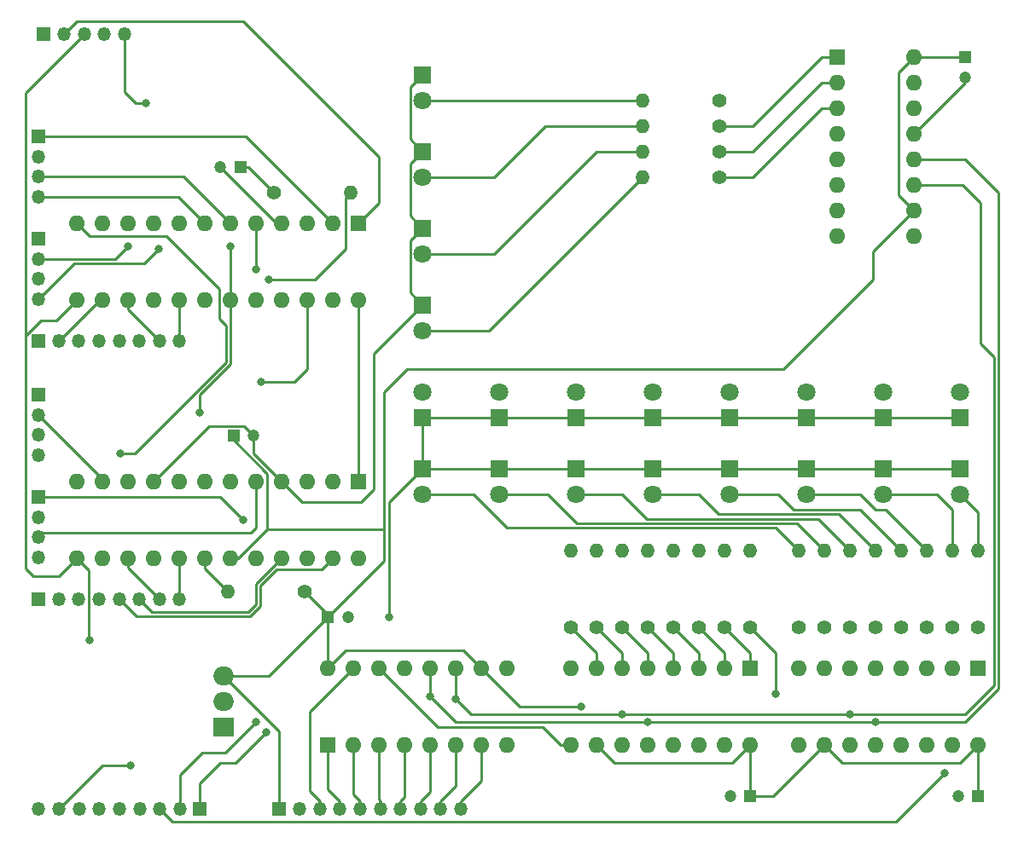
<source format=gtl>
%TF.GenerationSoftware,KiCad,Pcbnew,7.0.8*%
%TF.CreationDate,2023-10-15T17:50:00-07:00*%
%TF.ProjectId,htpm_control_additional_info,6874706d-5f63-46f6-9e74-726f6c5f6164,1*%
%TF.SameCoordinates,Original*%
%TF.FileFunction,Copper,L1,Top*%
%TF.FilePolarity,Positive*%
%FSLAX46Y46*%
G04 Gerber Fmt 4.6, Leading zero omitted, Abs format (unit mm)*
G04 Created by KiCad (PCBNEW 7.0.8) date 2023-10-15 17:50:00*
%MOMM*%
%LPD*%
G01*
G04 APERTURE LIST*
%TA.AperFunction,ComponentPad*%
%ADD10R,1.350000X1.350000*%
%TD*%
%TA.AperFunction,ComponentPad*%
%ADD11O,1.350000X1.350000*%
%TD*%
%TA.AperFunction,ComponentPad*%
%ADD12R,1.800000X1.800000*%
%TD*%
%TA.AperFunction,ComponentPad*%
%ADD13C,1.800000*%
%TD*%
%TA.AperFunction,ComponentPad*%
%ADD14C,1.400000*%
%TD*%
%TA.AperFunction,ComponentPad*%
%ADD15O,1.400000X1.400000*%
%TD*%
%TA.AperFunction,ComponentPad*%
%ADD16R,1.200000X1.200000*%
%TD*%
%TA.AperFunction,ComponentPad*%
%ADD17C,1.200000*%
%TD*%
%TA.AperFunction,ComponentPad*%
%ADD18R,1.600000X1.600000*%
%TD*%
%TA.AperFunction,ComponentPad*%
%ADD19O,1.600000X1.600000*%
%TD*%
%TA.AperFunction,ComponentPad*%
%ADD20R,2.000000X1.905000*%
%TD*%
%TA.AperFunction,ComponentPad*%
%ADD21O,2.000000X1.905000*%
%TD*%
%TA.AperFunction,ViaPad*%
%ADD22C,0.800000*%
%TD*%
%TA.AperFunction,Conductor*%
%ADD23C,0.250000*%
%TD*%
G04 APERTURE END LIST*
D10*
%TO.P,J3,1,Pin_1*%
%TO.N,Net-(J3-Pin_1)*%
X96012000Y-71628000D03*
D11*
%TO.P,J3,2,Pin_2*%
%TO.N,Net-(J3-Pin_2)*%
X96012000Y-73628000D03*
%TO.P,J3,3,Pin_3*%
%TO.N,Net-(J3-Pin_3)*%
X96012000Y-75628000D03*
%TO.P,J3,4,Pin_4*%
%TO.N,Net-(J3-Pin_4)*%
X96012000Y-77628000D03*
%TD*%
D12*
%TO.P,D2,1,K*%
%TO.N,GND*%
X134112000Y-62987000D03*
D13*
%TO.P,D2,2,A*%
%TO.N,Net-(D2-A)*%
X134112000Y-65527000D03*
%TD*%
D12*
%TO.P,D13,1,K*%
%TO.N,GND*%
X187452000Y-94488000D03*
D13*
%TO.P,D13,2,A*%
%TO.N,Net-(D13-A)*%
X187452000Y-97028000D03*
%TD*%
D14*
%TO.P,R22,1*%
%TO.N,Net-(J1-Pin_1)*%
X122428000Y-106680000D03*
D15*
%TO.P,R22,2*%
%TO.N,Net-(U7-ISET)*%
X114808000Y-106680000D03*
%TD*%
D12*
%TO.P,D17,1,K*%
%TO.N,GND*%
X156972000Y-94488000D03*
D13*
%TO.P,D17,2,A*%
%TO.N,Net-(D17-A)*%
X156972000Y-97028000D03*
%TD*%
D12*
%TO.P,D18,1,K*%
%TO.N,GND*%
X149352000Y-94488000D03*
D13*
%TO.P,D18,2,A*%
%TO.N,Net-(D18-A)*%
X149352000Y-97028000D03*
%TD*%
D14*
%TO.P,R8,1*%
%TO.N,Net-(U3-QD)*%
X159004000Y-110236000D03*
D15*
%TO.P,R8,2*%
%TO.N,Net-(D8-A)*%
X159004000Y-102616000D03*
%TD*%
D16*
%TO.P,C4,1*%
%TO.N,Net-(J1-Pin_1)*%
X187994000Y-53594000D03*
D17*
%TO.P,C4,2*%
%TO.N,GND*%
X187994000Y-55594000D03*
%TD*%
D14*
%TO.P,R13,1*%
%TO.N,Net-(U2-QA)*%
X189230000Y-110236000D03*
D15*
%TO.P,R13,2*%
%TO.N,Net-(D13-A)*%
X189230000Y-102616000D03*
%TD*%
D18*
%TO.P,U3,1,QB*%
%TO.N,Net-(U3-QB)*%
X166634000Y-114310000D03*
D19*
%TO.P,U3,2,QC*%
%TO.N,Net-(U3-QC)*%
X164094000Y-114310000D03*
%TO.P,U3,3,QD*%
%TO.N,Net-(U3-QD)*%
X161554000Y-114310000D03*
%TO.P,U3,4,QE*%
%TO.N,Net-(U3-QE)*%
X159014000Y-114310000D03*
%TO.P,U3,5,QF*%
%TO.N,Net-(U3-QF)*%
X156474000Y-114310000D03*
%TO.P,U3,6,QG*%
%TO.N,Net-(U3-QG)*%
X153934000Y-114310000D03*
%TO.P,U3,7,QH*%
%TO.N,Net-(U3-QH)*%
X151394000Y-114310000D03*
%TO.P,U3,8,GND*%
%TO.N,GND*%
X148854000Y-114310000D03*
%TO.P,U3,9,QH'*%
%TO.N,Net-(U3-QH')*%
X148854000Y-121930000D03*
%TO.P,U3,10,~{SRCLR}*%
%TO.N,Net-(J1-Pin_1)*%
X151394000Y-121930000D03*
%TO.P,U3,11,SRCLK*%
%TO.N,Net-(J8-Pin_1)*%
X153934000Y-121930000D03*
%TO.P,U3,12,RCLK*%
%TO.N,Net-(J8-Pin_2)*%
X156474000Y-121930000D03*
%TO.P,U3,13,~{OE}*%
%TO.N,GND*%
X159014000Y-121930000D03*
%TO.P,U3,14,SER*%
%TO.N,Net-(U2-QH')*%
X161554000Y-121930000D03*
%TO.P,U3,15,QA*%
%TO.N,Net-(U3-QA)*%
X164094000Y-121930000D03*
%TO.P,U3,16,VCC*%
%TO.N,Net-(J1-Pin_1)*%
X166634000Y-121930000D03*
%TD*%
D12*
%TO.P,D19,1,K*%
%TO.N,GND*%
X141732000Y-94488000D03*
D13*
%TO.P,D19,2,A*%
%TO.N,Net-(D19-A)*%
X141732000Y-97028000D03*
%TD*%
D12*
%TO.P,D20,1,K*%
%TO.N,GND*%
X134112000Y-94488000D03*
D13*
%TO.P,D20,2,A*%
%TO.N,Net-(D20-A)*%
X134112000Y-97028000D03*
%TD*%
D12*
%TO.P,D3,1,K*%
%TO.N,GND*%
X134112000Y-70607000D03*
D13*
%TO.P,D3,2,A*%
%TO.N,Net-(D3-A)*%
X134112000Y-73147000D03*
%TD*%
D18*
%TO.P,U2,1,QB*%
%TO.N,Net-(U2-QB)*%
X189240000Y-114310000D03*
D19*
%TO.P,U2,2,QC*%
%TO.N,Net-(U2-QC)*%
X186700000Y-114310000D03*
%TO.P,U2,3,QD*%
%TO.N,Net-(U2-QD)*%
X184160000Y-114310000D03*
%TO.P,U2,4,QE*%
%TO.N,Net-(U2-QE)*%
X181620000Y-114310000D03*
%TO.P,U2,5,QF*%
%TO.N,Net-(U2-QF)*%
X179080000Y-114310000D03*
%TO.P,U2,6,QG*%
%TO.N,Net-(U2-QG)*%
X176540000Y-114310000D03*
%TO.P,U2,7,QH*%
%TO.N,Net-(U2-QH)*%
X174000000Y-114310000D03*
%TO.P,U2,8,GND*%
%TO.N,GND*%
X171460000Y-114310000D03*
%TO.P,U2,9,QH'*%
%TO.N,Net-(U2-QH')*%
X171460000Y-121930000D03*
%TO.P,U2,10,~{SRCLR}*%
%TO.N,Net-(J1-Pin_1)*%
X174000000Y-121930000D03*
%TO.P,U2,11,SRCLK*%
%TO.N,Net-(J8-Pin_1)*%
X176540000Y-121930000D03*
%TO.P,U2,12,RCLK*%
%TO.N,Net-(J8-Pin_2)*%
X179080000Y-121930000D03*
%TO.P,U2,13,~{OE}*%
%TO.N,GND*%
X181620000Y-121930000D03*
%TO.P,U2,14,SER*%
%TO.N,Net-(J8-Pin_3)*%
X184160000Y-121930000D03*
%TO.P,U2,15,QA*%
%TO.N,Net-(U2-QA)*%
X186700000Y-121930000D03*
%TO.P,U2,16,VCC*%
%TO.N,Net-(J1-Pin_1)*%
X189240000Y-121930000D03*
%TD*%
D12*
%TO.P,D12,1,K*%
%TO.N,GND*%
X134112000Y-89408000D03*
D13*
%TO.P,D12,2,A*%
%TO.N,Net-(D12-A)*%
X134112000Y-86868000D03*
%TD*%
D14*
%TO.P,R1,1*%
%TO.N,Net-(U5-QA)*%
X163576000Y-57912000D03*
D15*
%TO.P,R1,2*%
%TO.N,Net-(D1-A)*%
X155956000Y-57912000D03*
%TD*%
D10*
%TO.P,J1,1,Pin_1*%
%TO.N,Net-(J1-Pin_1)*%
X119922000Y-128270000D03*
D11*
%TO.P,J1,2,Pin_2*%
%TO.N,GND*%
X121922000Y-128270000D03*
%TO.P,J1,3,Pin_3*%
%TO.N,Net-(J1-Pin_3)*%
X123922000Y-128270000D03*
%TO.P,J1,4,Pin_4*%
%TO.N,Net-(J1-Pin_4)*%
X125922000Y-128270000D03*
%TO.P,J1,5,Pin_5*%
%TO.N,Net-(J1-Pin_5)*%
X127922000Y-128270000D03*
%TO.P,J1,6,Pin_6*%
%TO.N,Net-(J1-Pin_6)*%
X129922000Y-128270000D03*
%TO.P,J1,7,Pin_7*%
%TO.N,Net-(J1-Pin_7)*%
X131922000Y-128270000D03*
%TO.P,J1,8,Pin_8*%
%TO.N,Net-(J1-Pin_8)*%
X133922000Y-128270000D03*
%TO.P,J1,9,Pin_9*%
%TO.N,Net-(J1-Pin_9)*%
X135922000Y-128270000D03*
%TO.P,J1,10,Pin_10*%
%TO.N,Net-(J1-Pin_10)*%
X137922000Y-128270000D03*
%TD*%
D14*
%TO.P,R12,1*%
%TO.N,Net-(U3-QH)*%
X148844000Y-110236000D03*
D15*
%TO.P,R12,2*%
%TO.N,Net-(D12-A)*%
X148844000Y-102616000D03*
%TD*%
D16*
%TO.P,C1,1*%
%TO.N,Net-(J1-Pin_1)*%
X189240000Y-127010000D03*
D17*
%TO.P,C1,2*%
%TO.N,GND*%
X187240000Y-127010000D03*
%TD*%
D14*
%TO.P,R21,1*%
%TO.N,Net-(J1-Pin_1)*%
X119380000Y-67056000D03*
D15*
%TO.P,R21,2*%
%TO.N,Net-(U6-ISET)*%
X127000000Y-67056000D03*
%TD*%
D20*
%TO.P,U1,1,IN*%
%TO.N,Net-(J8-Pin_4)*%
X114386000Y-120142000D03*
D21*
%TO.P,U1,2,GND*%
%TO.N,GND*%
X114386000Y-117602000D03*
%TO.P,U1,3,OUT*%
%TO.N,Net-(J1-Pin_1)*%
X114386000Y-115062000D03*
%TD*%
D14*
%TO.P,R10,1*%
%TO.N,Net-(U3-QF)*%
X153924000Y-110236000D03*
D15*
%TO.P,R10,2*%
%TO.N,Net-(D10-A)*%
X153924000Y-102616000D03*
%TD*%
D16*
%TO.P,C2,1*%
%TO.N,Net-(J1-Pin_1)*%
X166634000Y-127010000D03*
D17*
%TO.P,C2,2*%
%TO.N,GND*%
X164634000Y-127010000D03*
%TD*%
D10*
%TO.P,J2,1,Pin_1*%
%TO.N,Net-(J2-Pin_1)*%
X96012000Y-61468000D03*
D11*
%TO.P,J2,2,Pin_2*%
%TO.N,Net-(J2-Pin_2)*%
X96012000Y-63468000D03*
%TO.P,J2,3,Pin_3*%
%TO.N,Net-(J2-Pin_3)*%
X96012000Y-65468000D03*
%TO.P,J2,4,Pin_4*%
%TO.N,Net-(J2-Pin_4)*%
X96012000Y-67468000D03*
%TD*%
D14*
%TO.P,R11,1*%
%TO.N,Net-(U3-QG)*%
X151384000Y-110236000D03*
D15*
%TO.P,R11,2*%
%TO.N,Net-(D11-A)*%
X151384000Y-102616000D03*
%TD*%
D14*
%TO.P,R17,1*%
%TO.N,Net-(U2-QE)*%
X179070000Y-110236000D03*
D15*
%TO.P,R17,2*%
%TO.N,Net-(D17-A)*%
X179070000Y-102616000D03*
%TD*%
D12*
%TO.P,D10,1,K*%
%TO.N,GND*%
X149352000Y-89408000D03*
D13*
%TO.P,D10,2,A*%
%TO.N,Net-(D10-A)*%
X149352000Y-86868000D03*
%TD*%
D16*
%TO.P,C6,1*%
%TO.N,Net-(J1-Pin_1)*%
X115359401Y-91186000D03*
D17*
%TO.P,C6,2*%
%TO.N,GND*%
X117359401Y-91186000D03*
%TD*%
D12*
%TO.P,D8,1,K*%
%TO.N,GND*%
X164592000Y-89408000D03*
D13*
%TO.P,D8,2,A*%
%TO.N,Net-(D8-A)*%
X164592000Y-86868000D03*
%TD*%
D14*
%TO.P,R5,1*%
%TO.N,Net-(U3-QA)*%
X166624000Y-110236000D03*
D15*
%TO.P,R5,2*%
%TO.N,Net-(D5-A)*%
X166624000Y-102616000D03*
%TD*%
D12*
%TO.P,D7,1,K*%
%TO.N,GND*%
X172212000Y-89408000D03*
D13*
%TO.P,D7,2,A*%
%TO.N,Net-(D7-A)*%
X172212000Y-86868000D03*
%TD*%
D12*
%TO.P,D16,1,K*%
%TO.N,GND*%
X164592000Y-94488000D03*
D13*
%TO.P,D16,2,A*%
%TO.N,Net-(D16-A)*%
X164592000Y-97028000D03*
%TD*%
D14*
%TO.P,R7,1*%
%TO.N,Net-(U3-QC)*%
X161544000Y-110236000D03*
D15*
%TO.P,R7,2*%
%TO.N,Net-(D7-A)*%
X161544000Y-102616000D03*
%TD*%
D18*
%TO.P,U5,1,QB*%
%TO.N,Net-(U5-QB)*%
X175294000Y-53594000D03*
D19*
%TO.P,U5,2,QC*%
%TO.N,Net-(U5-QC)*%
X175294000Y-56134000D03*
%TO.P,U5,3,QD*%
%TO.N,Net-(U5-QD)*%
X175294000Y-58674000D03*
%TO.P,U5,4,QE*%
%TO.N,unconnected-(U5-QE-Pad4)*%
X175294000Y-61214000D03*
%TO.P,U5,5,QF*%
%TO.N,unconnected-(U5-QF-Pad5)*%
X175294000Y-63754000D03*
%TO.P,U5,6,QG*%
%TO.N,unconnected-(U5-QG-Pad6)*%
X175294000Y-66294000D03*
%TO.P,U5,7,QH*%
%TO.N,unconnected-(U5-QH-Pad7)*%
X175294000Y-68834000D03*
%TO.P,U5,8,GND*%
%TO.N,GND*%
X175294000Y-71374000D03*
%TO.P,U5,9,QH'*%
%TO.N,unconnected-(U5-QH'-Pad9)*%
X182914000Y-71374000D03*
%TO.P,U5,10,~{SRCLR}*%
%TO.N,Net-(J1-Pin_1)*%
X182914000Y-68834000D03*
%TO.P,U5,11,SRCLK*%
%TO.N,Net-(J8-Pin_1)*%
X182914000Y-66294000D03*
%TO.P,U5,12,RCLK*%
%TO.N,Net-(J8-Pin_2)*%
X182914000Y-63754000D03*
%TO.P,U5,13,~{OE}*%
%TO.N,GND*%
X182914000Y-61214000D03*
%TO.P,U5,14,SER*%
%TO.N,Net-(U4-QH')*%
X182914000Y-58674000D03*
%TO.P,U5,15,QA*%
%TO.N,Net-(U5-QA)*%
X182914000Y-56134000D03*
%TO.P,U5,16,VCC*%
%TO.N,Net-(J1-Pin_1)*%
X182914000Y-53594000D03*
%TD*%
D12*
%TO.P,D14,1,K*%
%TO.N,GND*%
X179832000Y-94488000D03*
D13*
%TO.P,D14,2,A*%
%TO.N,Net-(D14-A)*%
X179832000Y-97028000D03*
%TD*%
D18*
%TO.P,U7,1,DIN*%
%TO.N,Net-(U6-DOUT)*%
X127762000Y-95758000D03*
D19*
%TO.P,U7,2,DIG_0*%
%TO.N,Net-(J6-Pin_1)*%
X125222000Y-95758000D03*
%TO.P,U7,3,DIG_4*%
%TO.N,Net-(J7-Pin_1)*%
X122682000Y-95758000D03*
%TO.P,U7,4,GND*%
%TO.N,GND*%
X120142000Y-95758000D03*
%TO.P,U7,5,DIG_6*%
%TO.N,Net-(J7-Pin_3)*%
X117602000Y-95758000D03*
%TO.P,U7,6,DIG_2*%
%TO.N,Net-(J6-Pin_3)*%
X115062000Y-95758000D03*
%TO.P,U7,7,DIG_3*%
%TO.N,Net-(J6-Pin_4)*%
X112522000Y-95758000D03*
%TO.P,U7,8,DIG_7*%
%TO.N,Net-(J7-Pin_4)*%
X109982000Y-95758000D03*
%TO.P,U7,9,GND*%
%TO.N,GND*%
X107442000Y-95758000D03*
%TO.P,U7,10,DIG_5*%
%TO.N,Net-(J7-Pin_2)*%
X104902000Y-95758000D03*
%TO.P,U7,11,DIG_1*%
%TO.N,Net-(J6-Pin_2)*%
X102362000Y-95758000D03*
%TO.P,U7,12,LOAD*%
%TO.N,Net-(J8-Pin_6)*%
X99822000Y-95758000D03*
%TO.P,U7,13,CLK*%
%TO.N,Net-(J8-Pin_7)*%
X99822000Y-103378000D03*
%TO.P,U7,14,SEG_A*%
%TO.N,Net-(J5-Pin_2)*%
X102362000Y-103378000D03*
%TO.P,U7,15,SEG_F*%
%TO.N,Net-(J5-Pin_7)*%
X104902000Y-103378000D03*
%TO.P,U7,16,SEG_B*%
%TO.N,Net-(J5-Pin_3)*%
X107442000Y-103378000D03*
%TO.P,U7,17,SEG_G*%
%TO.N,Net-(J5-Pin_8)*%
X109982000Y-103378000D03*
%TO.P,U7,18,ISET*%
%TO.N,Net-(U7-ISET)*%
X112522000Y-103378000D03*
%TO.P,U7,19,V+*%
%TO.N,Net-(J1-Pin_1)*%
X115062000Y-103378000D03*
%TO.P,U7,20,SEG_C*%
%TO.N,Net-(J5-Pin_4)*%
X117602000Y-103378000D03*
%TO.P,U7,21,SEG_E*%
%TO.N,Net-(J5-Pin_6)*%
X120142000Y-103378000D03*
%TO.P,U7,22,SEG_DP*%
%TO.N,Net-(J5-Pin_1)*%
X122682000Y-103378000D03*
%TO.P,U7,23,SEG_D*%
%TO.N,Net-(J5-Pin_5)*%
X125222000Y-103378000D03*
%TO.P,U7,24,DOUT*%
%TO.N,unconnected-(U7-DOUT-Pad24)*%
X127762000Y-103378000D03*
%TD*%
D14*
%TO.P,R18,1*%
%TO.N,Net-(U2-QF)*%
X176530000Y-110236000D03*
D15*
%TO.P,R18,2*%
%TO.N,Net-(D18-A)*%
X176530000Y-102616000D03*
%TD*%
D12*
%TO.P,D6,1,K*%
%TO.N,GND*%
X179832000Y-89408000D03*
D13*
%TO.P,D6,2,A*%
%TO.N,Net-(D6-A)*%
X179832000Y-86868000D03*
%TD*%
D14*
%TO.P,R2,1*%
%TO.N,Net-(U5-QB)*%
X163576000Y-60452000D03*
D15*
%TO.P,R2,2*%
%TO.N,Net-(D2-A)*%
X155956000Y-60452000D03*
%TD*%
D10*
%TO.P,J5,1,Pin_1*%
%TO.N,Net-(J5-Pin_1)*%
X96012000Y-107458000D03*
D11*
%TO.P,J5,2,Pin_2*%
%TO.N,Net-(J5-Pin_2)*%
X98012000Y-107458000D03*
%TO.P,J5,3,Pin_3*%
%TO.N,Net-(J5-Pin_3)*%
X100012000Y-107458000D03*
%TO.P,J5,4,Pin_4*%
%TO.N,Net-(J5-Pin_4)*%
X102012000Y-107458000D03*
%TO.P,J5,5,Pin_5*%
%TO.N,Net-(J5-Pin_5)*%
X104012000Y-107458000D03*
%TO.P,J5,6,Pin_6*%
%TO.N,Net-(J5-Pin_6)*%
X106012000Y-107458000D03*
%TO.P,J5,7,Pin_7*%
%TO.N,Net-(J5-Pin_7)*%
X108012000Y-107458000D03*
%TO.P,J5,8,Pin_8*%
%TO.N,Net-(J5-Pin_8)*%
X110012000Y-107458000D03*
%TD*%
D18*
%TO.P,U4,1,QB*%
%TO.N,Net-(J1-Pin_4)*%
X124714000Y-121920000D03*
D19*
%TO.P,U4,2,QC*%
%TO.N,Net-(J1-Pin_5)*%
X127254000Y-121920000D03*
%TO.P,U4,3,QD*%
%TO.N,Net-(J1-Pin_6)*%
X129794000Y-121920000D03*
%TO.P,U4,4,QE*%
%TO.N,Net-(J1-Pin_7)*%
X132334000Y-121920000D03*
%TO.P,U4,5,QF*%
%TO.N,Net-(J1-Pin_8)*%
X134874000Y-121920000D03*
%TO.P,U4,6,QG*%
%TO.N,Net-(J1-Pin_9)*%
X137414000Y-121920000D03*
%TO.P,U4,7,QH*%
%TO.N,Net-(J1-Pin_10)*%
X139954000Y-121920000D03*
%TO.P,U4,8,GND*%
%TO.N,GND*%
X142494000Y-121920000D03*
%TO.P,U4,9,QH'*%
%TO.N,Net-(U4-QH')*%
X142494000Y-114300000D03*
%TO.P,U4,10,~{SRCLR}*%
%TO.N,Net-(J1-Pin_1)*%
X139954000Y-114300000D03*
%TO.P,U4,11,SRCLK*%
%TO.N,Net-(J8-Pin_1)*%
X137414000Y-114300000D03*
%TO.P,U4,12,RCLK*%
%TO.N,Net-(J8-Pin_2)*%
X134874000Y-114300000D03*
%TO.P,U4,13,~{OE}*%
%TO.N,GND*%
X132334000Y-114300000D03*
%TO.P,U4,14,SER*%
%TO.N,Net-(U3-QH')*%
X129794000Y-114300000D03*
%TO.P,U4,15,QA*%
%TO.N,Net-(J1-Pin_3)*%
X127254000Y-114300000D03*
%TO.P,U4,16,VCC*%
%TO.N,Net-(J1-Pin_1)*%
X124714000Y-114300000D03*
%TD*%
D16*
%TO.P,C5,1*%
%TO.N,Net-(J1-Pin_1)*%
X116078000Y-64516000D03*
D17*
%TO.P,C5,2*%
%TO.N,GND*%
X114078000Y-64516000D03*
%TD*%
D10*
%TO.P,J9,1,Pin_1*%
%TO.N,Net-(J8-Pin_9)*%
X96552000Y-51308000D03*
D11*
%TO.P,J9,2,Pin_2*%
%TO.N,Net-(J8-Pin_8)*%
X98552000Y-51308000D03*
%TO.P,J9,3,Pin_3*%
%TO.N,Net-(J8-Pin_7)*%
X100552000Y-51308000D03*
%TO.P,J9,4,Pin_4*%
%TO.N,Net-(J1-Pin_1)*%
X102552000Y-51308000D03*
%TO.P,J9,5,Pin_5*%
%TO.N,GND*%
X104552000Y-51308000D03*
%TD*%
D14*
%TO.P,R15,1*%
%TO.N,Net-(U2-QC)*%
X184150000Y-110236000D03*
D15*
%TO.P,R15,2*%
%TO.N,Net-(D15-A)*%
X184150000Y-102616000D03*
%TD*%
D14*
%TO.P,R16,1*%
%TO.N,Net-(U2-QD)*%
X181610000Y-110236000D03*
D15*
%TO.P,R16,2*%
%TO.N,Net-(D16-A)*%
X181610000Y-102616000D03*
%TD*%
D10*
%TO.P,J7,1,Pin_1*%
%TO.N,Net-(J7-Pin_1)*%
X96012000Y-97298000D03*
D11*
%TO.P,J7,2,Pin_2*%
%TO.N,Net-(J7-Pin_2)*%
X96012000Y-99298000D03*
%TO.P,J7,3,Pin_3*%
%TO.N,Net-(J7-Pin_3)*%
X96012000Y-101298000D03*
%TO.P,J7,4,Pin_4*%
%TO.N,Net-(J7-Pin_4)*%
X96012000Y-103298000D03*
%TD*%
D10*
%TO.P,J4,1,Pin_1*%
%TO.N,Net-(J4-Pin_1)*%
X96012000Y-81788000D03*
D11*
%TO.P,J4,2,Pin_2*%
%TO.N,Net-(J4-Pin_2)*%
X98012000Y-81788000D03*
%TO.P,J4,3,Pin_3*%
%TO.N,Net-(J4-Pin_3)*%
X100012000Y-81788000D03*
%TO.P,J4,4,Pin_4*%
%TO.N,Net-(J4-Pin_4)*%
X102012000Y-81788000D03*
%TO.P,J4,5,Pin_5*%
%TO.N,Net-(J4-Pin_5)*%
X104012000Y-81788000D03*
%TO.P,J4,6,Pin_6*%
%TO.N,Net-(J4-Pin_6)*%
X106012000Y-81788000D03*
%TO.P,J4,7,Pin_7*%
%TO.N,Net-(J4-Pin_7)*%
X108012000Y-81788000D03*
%TO.P,J4,8,Pin_8*%
%TO.N,Net-(J4-Pin_8)*%
X110012000Y-81788000D03*
%TD*%
%TO.P,J8,9,Pin_9*%
%TO.N,Net-(J8-Pin_9)*%
X96044000Y-128270000D03*
%TO.P,J8,8,Pin_8*%
%TO.N,Net-(J8-Pin_8)*%
X98044000Y-128270000D03*
%TO.P,J8,7,Pin_7*%
%TO.N,Net-(J8-Pin_7)*%
X100044000Y-128270000D03*
%TO.P,J8,6,Pin_6*%
%TO.N,Net-(J8-Pin_6)*%
X102044000Y-128270000D03*
%TO.P,J8,5,Pin_5*%
%TO.N,GND*%
X104044000Y-128270000D03*
%TO.P,J8,4,Pin_4*%
%TO.N,Net-(J8-Pin_4)*%
X106044000Y-128270000D03*
%TO.P,J8,3,Pin_3*%
%TO.N,Net-(J8-Pin_3)*%
X108044000Y-128270000D03*
%TO.P,J8,2,Pin_2*%
%TO.N,Net-(J8-Pin_2)*%
X110044000Y-128270000D03*
D10*
%TO.P,J8,1,Pin_1*%
%TO.N,Net-(J8-Pin_1)*%
X112044000Y-128270000D03*
%TD*%
D12*
%TO.P,D4,1,K*%
%TO.N,GND*%
X134112000Y-78227000D03*
D13*
%TO.P,D4,2,A*%
%TO.N,Net-(D4-A)*%
X134112000Y-80767000D03*
%TD*%
D12*
%TO.P,D15,1,K*%
%TO.N,GND*%
X172212000Y-94488000D03*
D13*
%TO.P,D15,2,A*%
%TO.N,Net-(D15-A)*%
X172212000Y-97028000D03*
%TD*%
D14*
%TO.P,R3,1*%
%TO.N,Net-(U5-QC)*%
X163576000Y-62992000D03*
D15*
%TO.P,R3,2*%
%TO.N,Net-(D3-A)*%
X155956000Y-62992000D03*
%TD*%
D12*
%TO.P,D1,1,K*%
%TO.N,GND*%
X134112000Y-55367000D03*
D13*
%TO.P,D1,2,A*%
%TO.N,Net-(D1-A)*%
X134112000Y-57907000D03*
%TD*%
D14*
%TO.P,R6,1*%
%TO.N,Net-(U3-QB)*%
X164084000Y-110236000D03*
D15*
%TO.P,R6,2*%
%TO.N,Net-(D6-A)*%
X164084000Y-102616000D03*
%TD*%
D14*
%TO.P,R20,1*%
%TO.N,Net-(U2-QH)*%
X171450000Y-110236000D03*
D15*
%TO.P,R20,2*%
%TO.N,Net-(D20-A)*%
X171450000Y-102616000D03*
%TD*%
D14*
%TO.P,R19,1*%
%TO.N,Net-(U2-QG)*%
X173990000Y-110236000D03*
D15*
%TO.P,R19,2*%
%TO.N,Net-(D19-A)*%
X173990000Y-102616000D03*
%TD*%
D12*
%TO.P,D5,1,K*%
%TO.N,GND*%
X187452000Y-89408000D03*
D13*
%TO.P,D5,2,A*%
%TO.N,Net-(D5-A)*%
X187452000Y-86868000D03*
%TD*%
D10*
%TO.P,J6,1,Pin_1*%
%TO.N,Net-(J6-Pin_1)*%
X96012000Y-87138000D03*
D11*
%TO.P,J6,2,Pin_2*%
%TO.N,Net-(J6-Pin_2)*%
X96012000Y-89138000D03*
%TO.P,J6,3,Pin_3*%
%TO.N,Net-(J6-Pin_3)*%
X96012000Y-91138000D03*
%TO.P,J6,4,Pin_4*%
%TO.N,Net-(J6-Pin_4)*%
X96012000Y-93138000D03*
%TD*%
D16*
%TO.P,C3,1*%
%TO.N,Net-(J1-Pin_1)*%
X124724000Y-109230000D03*
D17*
%TO.P,C3,2*%
%TO.N,GND*%
X126724000Y-109230000D03*
%TD*%
D14*
%TO.P,R4,1*%
%TO.N,Net-(U5-QD)*%
X163576000Y-65532000D03*
D15*
%TO.P,R4,2*%
%TO.N,Net-(D4-A)*%
X155956000Y-65532000D03*
%TD*%
D12*
%TO.P,D9,1,K*%
%TO.N,GND*%
X156972000Y-89408000D03*
D13*
%TO.P,D9,2,A*%
%TO.N,Net-(D9-A)*%
X156972000Y-86868000D03*
%TD*%
D14*
%TO.P,R9,1*%
%TO.N,Net-(U3-QE)*%
X156464000Y-110236000D03*
D15*
%TO.P,R9,2*%
%TO.N,Net-(D9-A)*%
X156464000Y-102616000D03*
%TD*%
D12*
%TO.P,D11,1,K*%
%TO.N,GND*%
X141732000Y-89408000D03*
D13*
%TO.P,D11,2,A*%
%TO.N,Net-(D11-A)*%
X141732000Y-86868000D03*
%TD*%
D18*
%TO.P,U6,1,DIN*%
%TO.N,Net-(J8-Pin_8)*%
X127762000Y-70104000D03*
D19*
%TO.P,U6,2,DIG_0*%
%TO.N,Net-(J2-Pin_1)*%
X125222000Y-70104000D03*
%TO.P,U6,3,DIG_4*%
%TO.N,Net-(J3-Pin_1)*%
X122682000Y-70104000D03*
%TO.P,U6,4,GND*%
%TO.N,GND*%
X120142000Y-70104000D03*
%TO.P,U6,5,DIG_6*%
%TO.N,Net-(J3-Pin_3)*%
X117602000Y-70104000D03*
%TO.P,U6,6,DIG_2*%
%TO.N,Net-(J2-Pin_3)*%
X115062000Y-70104000D03*
%TO.P,U6,7,DIG_3*%
%TO.N,Net-(J2-Pin_4)*%
X112522000Y-70104000D03*
%TO.P,U6,8,DIG_7*%
%TO.N,Net-(J3-Pin_4)*%
X109982000Y-70104000D03*
%TO.P,U6,9,GND*%
%TO.N,GND*%
X107442000Y-70104000D03*
%TO.P,U6,10,DIG_5*%
%TO.N,Net-(J3-Pin_2)*%
X104902000Y-70104000D03*
%TO.P,U6,11,DIG_1*%
%TO.N,Net-(J2-Pin_2)*%
X102362000Y-70104000D03*
%TO.P,U6,12,LOAD*%
%TO.N,Net-(J8-Pin_6)*%
X99822000Y-70104000D03*
%TO.P,U6,13,CLK*%
%TO.N,Net-(J8-Pin_7)*%
X99822000Y-77724000D03*
%TO.P,U6,14,SEG_A*%
%TO.N,Net-(J4-Pin_2)*%
X102362000Y-77724000D03*
%TO.P,U6,15,SEG_F*%
%TO.N,Net-(J4-Pin_7)*%
X104902000Y-77724000D03*
%TO.P,U6,16,SEG_B*%
%TO.N,Net-(J4-Pin_3)*%
X107442000Y-77724000D03*
%TO.P,U6,17,SEG_G*%
%TO.N,Net-(J4-Pin_8)*%
X109982000Y-77724000D03*
%TO.P,U6,18,ISET*%
%TO.N,Net-(U6-ISET)*%
X112522000Y-77724000D03*
%TO.P,U6,19,V+*%
%TO.N,Net-(J1-Pin_1)*%
X115062000Y-77724000D03*
%TO.P,U6,20,SEG_C*%
%TO.N,Net-(J4-Pin_4)*%
X117602000Y-77724000D03*
%TO.P,U6,21,SEG_E*%
%TO.N,Net-(J4-Pin_6)*%
X120142000Y-77724000D03*
%TO.P,U6,22,SEG_DP*%
%TO.N,Net-(J4-Pin_1)*%
X122682000Y-77724000D03*
%TO.P,U6,23,SEG_D*%
%TO.N,Net-(J4-Pin_5)*%
X125222000Y-77724000D03*
%TO.P,U6,24,DOUT*%
%TO.N,Net-(U6-DOUT)*%
X127762000Y-77724000D03*
%TD*%
D14*
%TO.P,R14,1*%
%TO.N,Net-(U2-QB)*%
X186690000Y-110236000D03*
D15*
%TO.P,R14,2*%
%TO.N,Net-(D14-A)*%
X186690000Y-102616000D03*
%TD*%
D22*
%TO.N,Net-(J1-Pin_1)*%
X115062000Y-72390000D03*
X149860000Y-118110000D03*
X112014000Y-88900000D03*
%TO.N,GND*%
X130810000Y-109220000D03*
X106680000Y-58166000D03*
%TO.N,Net-(J3-Pin_2)*%
X104902000Y-72390000D03*
%TO.N,Net-(J3-Pin_3)*%
X117602000Y-74676000D03*
%TO.N,Net-(J3-Pin_4)*%
X107950000Y-72644000D03*
%TO.N,Net-(J4-Pin_1)*%
X118110000Y-85852000D03*
%TO.N,Net-(J7-Pin_1)*%
X116332000Y-99568000D03*
%TO.N,Net-(J8-Pin_1)*%
X137414000Y-117348000D03*
X118618000Y-120650000D03*
X176530000Y-118872000D03*
X153924000Y-118872000D03*
%TO.N,Net-(J8-Pin_2)*%
X134874000Y-117094000D03*
X117602000Y-119634000D03*
X156464000Y-119634000D03*
X179070000Y-119634000D03*
%TO.N,Net-(J8-Pin_3)*%
X185928000Y-124714000D03*
%TO.N,Net-(J8-Pin_6)*%
X104140000Y-92964000D03*
%TO.N,Net-(J8-Pin_7)*%
X101092000Y-111506000D03*
%TO.N,Net-(J8-Pin_8)*%
X105156000Y-123952000D03*
%TO.N,Net-(U3-QA)*%
X169164000Y-116840000D03*
%TO.N,Net-(U6-ISET)*%
X118872000Y-75692000D03*
%TD*%
D23*
%TO.N,Net-(J1-Pin_1)*%
X114386000Y-115062000D02*
X118892000Y-115062000D01*
X118727000Y-100475000D02*
X130193000Y-100475000D01*
X187472000Y-123698000D02*
X175768000Y-123698000D01*
X118727000Y-100475000D02*
X115824000Y-103378000D01*
X182914000Y-53594000D02*
X181356000Y-55152000D01*
X114386000Y-115062000D02*
X119922000Y-120598000D01*
X189240000Y-121930000D02*
X187472000Y-123698000D01*
X178816000Y-72932000D02*
X178816000Y-75692000D01*
X130302000Y-86868000D02*
X130302000Y-100584000D01*
X166634000Y-127010000D02*
X168920000Y-127010000D01*
X115824000Y-103378000D02*
X115062000Y-103378000D01*
X130302000Y-100584000D02*
X130302000Y-103652000D01*
X166634000Y-127010000D02*
X166634000Y-121930000D01*
X182914000Y-68834000D02*
X178816000Y-72932000D01*
X119922000Y-120598000D02*
X119922000Y-128270000D01*
X124724000Y-109230000D02*
X124724000Y-114290000D01*
X124724000Y-109230000D02*
X124724000Y-108976000D01*
X166634000Y-121930000D02*
X164866000Y-123698000D01*
X169926000Y-84582000D02*
X132588000Y-84582000D01*
X143764000Y-118110000D02*
X139954000Y-114300000D01*
X115359401Y-91186000D02*
X115359401Y-91611797D01*
X116840000Y-64516000D02*
X119380000Y-67056000D01*
X175768000Y-123698000D02*
X174000000Y-121930000D01*
X168920000Y-127010000D02*
X174000000Y-121930000D01*
X178816000Y-75692000D02*
X169926000Y-84582000D01*
X130302000Y-103652000D02*
X124724000Y-109230000D01*
X124724000Y-108976000D02*
X122428000Y-106680000D01*
X116078000Y-64516000D02*
X116840000Y-64516000D01*
X112014000Y-87122000D02*
X115062000Y-84074000D01*
X126492000Y-112522000D02*
X138176000Y-112522000D01*
X181356000Y-67276000D02*
X182914000Y-68834000D01*
X115062000Y-84074000D02*
X115062000Y-77724000D01*
X164866000Y-123698000D02*
X153162000Y-123698000D01*
X189240000Y-127010000D02*
X189240000Y-121930000D01*
X115359401Y-91611797D02*
X118727000Y-94979396D01*
X182914000Y-53594000D02*
X187994000Y-53594000D01*
X132588000Y-84582000D02*
X130302000Y-86868000D01*
X124714000Y-114300000D02*
X126492000Y-112522000D01*
X124724000Y-114290000D02*
X124714000Y-114300000D01*
X115062000Y-72390000D02*
X115062000Y-77724000D01*
X181356000Y-55152000D02*
X181356000Y-67276000D01*
X149860000Y-118110000D02*
X143764000Y-118110000D01*
X112014000Y-88900000D02*
X112014000Y-87122000D01*
X118892000Y-115062000D02*
X124724000Y-109230000D01*
X138176000Y-112522000D02*
X139954000Y-114300000D01*
X118727000Y-94979396D02*
X118727000Y-100475000D01*
X130193000Y-100475000D02*
X130302000Y-100584000D01*
X153162000Y-123698000D02*
X151394000Y-121930000D01*
%TO.N,GND*%
X132887000Y-56592000D02*
X132887000Y-61762000D01*
X134112000Y-94488000D02*
X130810000Y-97790000D01*
X105664000Y-58166000D02*
X104552000Y-57054000D01*
X134112000Y-70607000D02*
X132887000Y-71832000D01*
X134112000Y-55367000D02*
X132887000Y-56592000D01*
X187452000Y-94488000D02*
X134112000Y-94488000D01*
X134112000Y-78227000D02*
X129286000Y-83053000D01*
X132887000Y-69382000D02*
X134112000Y-70607000D01*
X187452000Y-89408000D02*
X134112000Y-89408000D01*
X129286000Y-96520000D02*
X128016000Y-97790000D01*
X112939000Y-90261000D02*
X107442000Y-95758000D01*
X119666000Y-70104000D02*
X120142000Y-70104000D01*
X132887000Y-77002000D02*
X134112000Y-78227000D01*
X132887000Y-61762000D02*
X134112000Y-62987000D01*
X130810000Y-97790000D02*
X130810000Y-109220000D01*
X117359401Y-91186000D02*
X117359401Y-92975401D01*
X106680000Y-58166000D02*
X105664000Y-58166000D01*
X187994000Y-56134000D02*
X187994000Y-55594000D01*
X104552000Y-57054000D02*
X104552000Y-51308000D01*
X128016000Y-97790000D02*
X122174000Y-97790000D01*
X114078000Y-64516000D02*
X119666000Y-70104000D01*
X134112000Y-62987000D02*
X132887000Y-64212000D01*
X116434401Y-90261000D02*
X112939000Y-90261000D01*
X132887000Y-64212000D02*
X132887000Y-69382000D01*
X117359401Y-91186000D02*
X116434401Y-90261000D01*
X182914000Y-61214000D02*
X187994000Y-56134000D01*
X117359401Y-92975401D02*
X120142000Y-95758000D01*
X132887000Y-71832000D02*
X132887000Y-77002000D01*
X122174000Y-97790000D02*
X120142000Y-95758000D01*
X129286000Y-83053000D02*
X129286000Y-96520000D01*
X134112000Y-94488000D02*
X134112000Y-89408000D01*
%TO.N,Net-(D1-A)*%
X155956000Y-57912000D02*
X134117000Y-57912000D01*
X134117000Y-57912000D02*
X134112000Y-57907000D01*
%TO.N,Net-(D2-A)*%
X146304000Y-60452000D02*
X141224000Y-65532000D01*
X155956000Y-60452000D02*
X146304000Y-60452000D01*
X141224000Y-65532000D02*
X141219000Y-65527000D01*
X141219000Y-65527000D02*
X134112000Y-65527000D01*
%TO.N,Net-(D3-A)*%
X134117000Y-73152000D02*
X134112000Y-73147000D01*
X151384000Y-62992000D02*
X141224000Y-73152000D01*
X141219000Y-73147000D02*
X134112000Y-73147000D01*
X155956000Y-62992000D02*
X151384000Y-62992000D01*
X141224000Y-73152000D02*
X141219000Y-73147000D01*
%TO.N,Net-(D4-A)*%
X155956000Y-65532000D02*
X140721000Y-80767000D01*
X140721000Y-80767000D02*
X134112000Y-80767000D01*
%TO.N,Net-(D13-A)*%
X189230000Y-102616000D02*
X189230000Y-98806000D01*
X189230000Y-98806000D02*
X187452000Y-97028000D01*
%TO.N,Net-(D14-A)*%
X186690000Y-98552000D02*
X185166000Y-97028000D01*
X185166000Y-97028000D02*
X179832000Y-97028000D01*
X186690000Y-102616000D02*
X186690000Y-98552000D01*
%TO.N,Net-(D15-A)*%
X177546000Y-97028000D02*
X172212000Y-97028000D01*
X179070000Y-98552000D02*
X177546000Y-97028000D01*
X184150000Y-102616000D02*
X180086000Y-98552000D01*
X180086000Y-98552000D02*
X179070000Y-98552000D01*
%TO.N,Net-(D16-A)*%
X169418000Y-97028000D02*
X164592000Y-97028000D01*
X177546000Y-98552000D02*
X170942000Y-98552000D01*
X181610000Y-102616000D02*
X177546000Y-98552000D01*
X170942000Y-98552000D02*
X169418000Y-97028000D01*
%TO.N,Net-(D17-A)*%
X175456000Y-99002000D02*
X163518000Y-99002000D01*
X161544000Y-97028000D02*
X156972000Y-97028000D01*
X179070000Y-102616000D02*
X175456000Y-99002000D01*
X163518000Y-99002000D02*
X161544000Y-97028000D01*
%TO.N,Net-(D18-A)*%
X153924000Y-97028000D02*
X149352000Y-97028000D01*
X156348000Y-99452000D02*
X153924000Y-97028000D01*
X173366000Y-99452000D02*
X156348000Y-99452000D01*
X176530000Y-102616000D02*
X173366000Y-99452000D01*
%TO.N,Net-(D19-A)*%
X173990000Y-102616000D02*
X171276000Y-99902000D01*
X146558000Y-97028000D02*
X141732000Y-97028000D01*
X171276000Y-99902000D02*
X149432000Y-99902000D01*
X149432000Y-99902000D02*
X146558000Y-97028000D01*
%TO.N,Net-(D20-A)*%
X169186000Y-100352000D02*
X142516000Y-100352000D01*
X139192000Y-97028000D02*
X134112000Y-97028000D01*
X142516000Y-100352000D02*
X139192000Y-97028000D01*
X171450000Y-102616000D02*
X169186000Y-100352000D01*
%TO.N,Net-(J1-Pin_3)*%
X127254000Y-114300000D02*
X122936000Y-118618000D01*
X123922000Y-127508000D02*
X123922000Y-128270000D01*
X122936000Y-118618000D02*
X122936000Y-126522000D01*
X122936000Y-126522000D02*
X123922000Y-127508000D01*
%TO.N,Net-(J1-Pin_4)*%
X124714000Y-121920000D02*
X124714000Y-126300000D01*
X125922000Y-127508000D02*
X125922000Y-128270000D01*
X124714000Y-126300000D02*
X125922000Y-127508000D01*
%TO.N,Net-(J1-Pin_5)*%
X127922000Y-127508000D02*
X127922000Y-128270000D01*
X127254000Y-121920000D02*
X127254000Y-126840000D01*
X127254000Y-126840000D02*
X127922000Y-127508000D01*
%TO.N,Net-(J1-Pin_6)*%
X129794000Y-127380000D02*
X129922000Y-127508000D01*
X129922000Y-127508000D02*
X129922000Y-128270000D01*
X129794000Y-121920000D02*
X129794000Y-127380000D01*
%TO.N,Net-(J1-Pin_7)*%
X132334000Y-127096000D02*
X131922000Y-127508000D01*
X132334000Y-121920000D02*
X132334000Y-127096000D01*
X131922000Y-127508000D02*
X131922000Y-128270000D01*
%TO.N,Net-(J1-Pin_8)*%
X133922000Y-127508000D02*
X133922000Y-128270000D01*
X134874000Y-121920000D02*
X134874000Y-126556000D01*
X134874000Y-126556000D02*
X133922000Y-127508000D01*
%TO.N,Net-(J1-Pin_9)*%
X137414000Y-121920000D02*
X137414000Y-126016000D01*
X137414000Y-126016000D02*
X135922000Y-127508000D01*
X135922000Y-127508000D02*
X135922000Y-128270000D01*
%TO.N,Net-(J1-Pin_10)*%
X137922000Y-127508000D02*
X137922000Y-128270000D01*
X139954000Y-125476000D02*
X137922000Y-127508000D01*
X139954000Y-121920000D02*
X139954000Y-125476000D01*
%TO.N,Net-(J2-Pin_1)*%
X116586000Y-61468000D02*
X125222000Y-70104000D01*
X96012000Y-61468000D02*
X116586000Y-61468000D01*
%TO.N,Net-(J2-Pin_3)*%
X110426000Y-65468000D02*
X115062000Y-70104000D01*
X96012000Y-65468000D02*
X110426000Y-65468000D01*
%TO.N,Net-(J2-Pin_4)*%
X109886000Y-67468000D02*
X112522000Y-70104000D01*
X96012000Y-67468000D02*
X109886000Y-67468000D01*
%TO.N,Net-(J3-Pin_2)*%
X103664000Y-73628000D02*
X104902000Y-72390000D01*
X96012000Y-73628000D02*
X103664000Y-73628000D01*
%TO.N,Net-(J3-Pin_3)*%
X117602000Y-74676000D02*
X117602000Y-70104000D01*
%TO.N,Net-(J3-Pin_4)*%
X96012000Y-77628000D02*
X99562000Y-74078000D01*
X106516000Y-74078000D02*
X107950000Y-72644000D01*
X99562000Y-74078000D02*
X106516000Y-74078000D01*
%TO.N,Net-(J4-Pin_1)*%
X122682000Y-84582000D02*
X122682000Y-77724000D01*
X118110000Y-85852000D02*
X121412000Y-85852000D01*
X121412000Y-85852000D02*
X122682000Y-84582000D01*
%TO.N,Net-(J4-Pin_2)*%
X98012000Y-81788000D02*
X102076000Y-77724000D01*
X102076000Y-77724000D02*
X102362000Y-77724000D01*
%TO.N,Net-(J4-Pin_7)*%
X108012000Y-81788000D02*
X104902000Y-78678000D01*
X104902000Y-78678000D02*
X104902000Y-77724000D01*
%TO.N,Net-(J4-Pin_8)*%
X110012000Y-81788000D02*
X110012000Y-77754000D01*
X110012000Y-77754000D02*
X109982000Y-77724000D01*
%TO.N,Net-(J5-Pin_5)*%
X118052000Y-106104396D02*
X119653396Y-104503000D01*
X118052000Y-108136396D02*
X118052000Y-106104396D01*
X117026396Y-109162000D02*
X118052000Y-108136396D01*
X124097000Y-104503000D02*
X125222000Y-103378000D01*
X104012000Y-107458000D02*
X105716000Y-109162000D01*
X105716000Y-109162000D02*
X117026396Y-109162000D01*
X119653396Y-104503000D02*
X124097000Y-104503000D01*
%TO.N,Net-(J5-Pin_6)*%
X117602000Y-105918000D02*
X120142000Y-103378000D01*
X116840000Y-108712000D02*
X117602000Y-107950000D01*
X107266000Y-108712000D02*
X116840000Y-108712000D01*
X117602000Y-107950000D02*
X117602000Y-105918000D01*
X106012000Y-107458000D02*
X107266000Y-108712000D01*
%TO.N,Net-(J5-Pin_7)*%
X108012000Y-107458000D02*
X104902000Y-104348000D01*
X104902000Y-104348000D02*
X104902000Y-103378000D01*
%TO.N,Net-(J5-Pin_8)*%
X109982000Y-103378000D02*
X109982000Y-107428000D01*
X109982000Y-107428000D02*
X110012000Y-107458000D01*
%TO.N,Net-(J6-Pin_2)*%
X96012000Y-89138000D02*
X102362000Y-95488000D01*
X102362000Y-95488000D02*
X102362000Y-95758000D01*
%TO.N,Net-(J7-Pin_1)*%
X114062000Y-97298000D02*
X116332000Y-99568000D01*
X96012000Y-97298000D02*
X114062000Y-97298000D01*
%TO.N,Net-(J7-Pin_3)*%
X117602000Y-100330000D02*
X117602000Y-95758000D01*
X96012000Y-101298000D02*
X96472000Y-100838000D01*
X96472000Y-100838000D02*
X117094000Y-100838000D01*
X117094000Y-100838000D02*
X117602000Y-100330000D01*
%TO.N,Net-(J8-Pin_1)*%
X189484000Y-68072000D02*
X187706000Y-66294000D01*
X187706000Y-66294000D02*
X182914000Y-66294000D01*
X176530000Y-118872000D02*
X187960000Y-118872000D01*
X138938000Y-118872000D02*
X153924000Y-118872000D01*
X118618000Y-120650000D02*
X115570000Y-123698000D01*
X189484000Y-82042000D02*
X189484000Y-68072000D01*
X187960000Y-118872000D02*
X190812000Y-116020000D01*
X115570000Y-123698000D02*
X114046000Y-123698000D01*
X190812000Y-116020000D02*
X190812000Y-83370000D01*
X137414000Y-117348000D02*
X138938000Y-118872000D01*
X137414000Y-114300000D02*
X137414000Y-117348000D01*
X190812000Y-83370000D02*
X189484000Y-82042000D01*
X114046000Y-123698000D02*
X112044000Y-125700000D01*
X112044000Y-125700000D02*
X112044000Y-128270000D01*
X153924000Y-118872000D02*
X176530000Y-118872000D01*
%TO.N,Net-(J8-Pin_2)*%
X134874000Y-117094000D02*
X137414000Y-119634000D01*
X112268000Y-122682000D02*
X110044000Y-124906000D01*
X114554000Y-122682000D02*
X112268000Y-122682000D01*
X187960000Y-63754000D02*
X182914000Y-63754000D01*
X179070000Y-119634000D02*
X187960000Y-119634000D01*
X110044000Y-124906000D02*
X110044000Y-128270000D01*
X191262000Y-116332000D02*
X191262000Y-67056000D01*
X137414000Y-119634000D02*
X156464000Y-119634000D01*
X191262000Y-67056000D02*
X187960000Y-63754000D01*
X134874000Y-114300000D02*
X134874000Y-117094000D01*
X117602000Y-119634000D02*
X114554000Y-122682000D01*
X187960000Y-119634000D02*
X191262000Y-116332000D01*
X156464000Y-119634000D02*
X179070000Y-119634000D01*
%TO.N,Net-(J8-Pin_3)*%
X185928000Y-124714000D02*
X181102000Y-129540000D01*
X181102000Y-129540000D02*
X109314000Y-129540000D01*
X109314000Y-129540000D02*
X108044000Y-128270000D01*
%TO.N,Net-(J8-Pin_6)*%
X108712000Y-71374000D02*
X101092000Y-71374000D01*
X104140000Y-92964000D02*
X105535604Y-92964000D01*
X105535604Y-92964000D02*
X114612000Y-83887604D01*
X114612000Y-83887604D02*
X114612000Y-80264000D01*
X113937000Y-79589000D02*
X113937000Y-76599000D01*
X114612000Y-80264000D02*
X113937000Y-79589000D01*
X101092000Y-71374000D02*
X99822000Y-70104000D01*
X113937000Y-76599000D02*
X108712000Y-71374000D01*
%TO.N,Net-(J8-Pin_7)*%
X94742000Y-81248380D02*
X96234380Y-79756000D01*
X96234380Y-79756000D02*
X97790000Y-79756000D01*
X101092000Y-111506000D02*
X101012000Y-111426000D01*
X95504000Y-105156000D02*
X94742000Y-104394000D01*
X98044000Y-105156000D02*
X95504000Y-105156000D01*
X101012000Y-111426000D02*
X101012000Y-104568000D01*
X101012000Y-104568000D02*
X99822000Y-103378000D01*
X94742000Y-57118000D02*
X100552000Y-51308000D01*
X94742000Y-104394000D02*
X94742000Y-81248380D01*
X99822000Y-103378000D02*
X98044000Y-105156000D01*
X97790000Y-79756000D02*
X99822000Y-77724000D01*
X94742000Y-81248380D02*
X94742000Y-57118000D01*
%TO.N,Net-(J8-Pin_8)*%
X129794000Y-63500000D02*
X129794000Y-68072000D01*
X116332000Y-50038000D02*
X129794000Y-63500000D01*
X129794000Y-68072000D02*
X127762000Y-70104000D01*
X99822000Y-50038000D02*
X116332000Y-50038000D01*
X102362000Y-123952000D02*
X105156000Y-123952000D01*
X98552000Y-51308000D02*
X99822000Y-50038000D01*
X98044000Y-128270000D02*
X102362000Y-123952000D01*
%TO.N,Net-(U5-QB)*%
X173736000Y-53594000D02*
X166878000Y-60452000D01*
X166878000Y-60452000D02*
X163576000Y-60452000D01*
X175294000Y-53594000D02*
X173736000Y-53594000D01*
%TO.N,Net-(U5-QC)*%
X175294000Y-56134000D02*
X173736000Y-56134000D01*
X166878000Y-62992000D02*
X163576000Y-62992000D01*
X173736000Y-56134000D02*
X166878000Y-62992000D01*
%TO.N,Net-(U5-QD)*%
X175294000Y-58674000D02*
X173736000Y-58674000D01*
X173736000Y-58674000D02*
X166878000Y-65532000D01*
X166878000Y-65532000D02*
X163576000Y-65532000D01*
%TO.N,Net-(U3-QA)*%
X169164000Y-116840000D02*
X169164000Y-112776000D01*
X169164000Y-112776000D02*
X166624000Y-110236000D01*
%TO.N,Net-(U3-QB)*%
X166634000Y-112786000D02*
X164084000Y-110236000D01*
X166634000Y-114310000D02*
X166634000Y-112786000D01*
%TO.N,Net-(U3-QC)*%
X164094000Y-114310000D02*
X164094000Y-112786000D01*
X164094000Y-112786000D02*
X161544000Y-110236000D01*
%TO.N,Net-(U3-QD)*%
X161554000Y-114310000D02*
X161554000Y-112786000D01*
X161554000Y-112786000D02*
X159004000Y-110236000D01*
%TO.N,Net-(U3-QE)*%
X159014000Y-114310000D02*
X159014000Y-112786000D01*
X159014000Y-112786000D02*
X156464000Y-110236000D01*
%TO.N,Net-(U3-QF)*%
X156474000Y-114310000D02*
X156474000Y-112786000D01*
X156474000Y-112786000D02*
X153924000Y-110236000D01*
%TO.N,Net-(U3-QG)*%
X153934000Y-114310000D02*
X153934000Y-112786000D01*
X153934000Y-112786000D02*
X151384000Y-110236000D01*
%TO.N,Net-(U3-QH)*%
X151394000Y-114310000D02*
X151394000Y-112786000D01*
X151394000Y-112786000D02*
X148844000Y-110236000D01*
%TO.N,Net-(U6-ISET)*%
X126507736Y-72628264D02*
X126238000Y-72898000D01*
X123444000Y-75692000D02*
X118872000Y-75692000D01*
X127000000Y-67056000D02*
X126507736Y-67548264D01*
X126238000Y-72898000D02*
X123444000Y-75692000D01*
X126507736Y-67548264D02*
X126507736Y-72628264D01*
%TO.N,Net-(U7-ISET)*%
X112522000Y-104394000D02*
X112522000Y-103378000D01*
X114808000Y-106680000D02*
X112522000Y-104394000D01*
%TO.N,Net-(U3-QH')*%
X135636000Y-120142000D02*
X146050000Y-120142000D01*
X129794000Y-114300000D02*
X135636000Y-120142000D01*
X146050000Y-120142000D02*
X147838000Y-121930000D01*
X147838000Y-121930000D02*
X148854000Y-121930000D01*
%TO.N,Net-(U6-DOUT)*%
X127762000Y-95758000D02*
X127762000Y-77724000D01*
%TD*%
M02*

</source>
